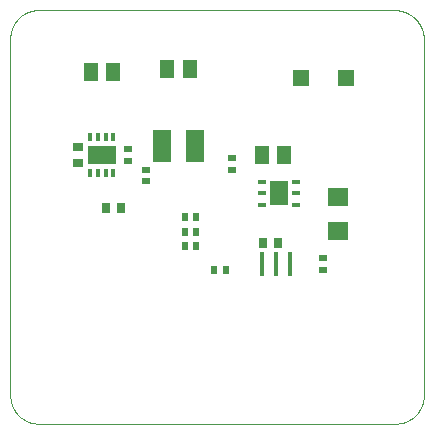
<source format=gbp>
G04 EAGLE Gerber X2 export*
%TF.Part,Single*%
%TF.FileFunction,Other,Solder paste bottom*%
%TF.FilePolarity,Positive*%
%TF.GenerationSoftware,Autodesk,EAGLE,9.0.0*%
%TF.CreationDate,2018-05-03T06:31:59Z*%
G75*
%MOMM*%
%FSLAX35Y35*%
%LPD*%
%AMOC8*
5,1,8,0,0,1.08239X$1,22.5*%
G01*
%ADD10C,0.000000*%
%ADD11R,1.300000X1.500000*%
%ADD12R,0.900000X0.700000*%
%ADD13R,0.700000X0.900000*%
%ADD14R,1.400000X1.400000*%
%ADD15R,2.400000X1.500000*%
%ADD16R,0.350000X0.650000*%
%ADD17R,1.600000X2.700000*%
%ADD18R,0.700000X0.600000*%
%ADD19R,0.400000X2.000000*%
%ADD20R,0.600000X0.700000*%
%ADD21R,1.800000X1.600000*%
%ADD22R,1.600000X2.000000*%
%ADD23R,0.650000X0.350000*%


D10*
X250000Y0D02*
X3250000Y0D01*
X3500000Y225000D02*
X3500000Y3275000D01*
X3225000Y3500000D02*
X250000Y3500000D01*
X0Y3275000D02*
X0Y225000D01*
X0Y3275000D02*
X371Y3280735D01*
X881Y3286460D01*
X1529Y3292170D01*
X2315Y3297864D01*
X3238Y3303536D01*
X4298Y3309185D01*
X5494Y3314806D01*
X6826Y3320397D01*
X8292Y3325954D01*
X9892Y3331474D01*
X11626Y3336954D01*
X13491Y3342390D01*
X15487Y3347780D01*
X17612Y3353120D01*
X19866Y3358406D01*
X22247Y3363637D01*
X24754Y3368809D01*
X27385Y3373919D01*
X30138Y3378963D01*
X33013Y3383940D01*
X36007Y3388846D01*
X39119Y3393678D01*
X42347Y3398433D01*
X45688Y3403109D01*
X49142Y3407703D01*
X52706Y3412212D01*
X56377Y3416633D01*
X60154Y3420965D01*
X64035Y3425204D01*
X68018Y3429348D01*
X72099Y3433395D01*
X76276Y3437342D01*
X80548Y3441186D01*
X84912Y3444927D01*
X89365Y3448561D01*
X93904Y3452086D01*
X98527Y3455500D01*
X103231Y3458802D01*
X108014Y3461989D01*
X112872Y3465060D01*
X117803Y3468012D01*
X122804Y3470844D01*
X127872Y3473555D01*
X133003Y3476142D01*
X138196Y3478605D01*
X143447Y3480942D01*
X148753Y3483150D01*
X154111Y3485230D01*
X159517Y3487180D01*
X164969Y3488999D01*
X170463Y3490686D01*
X175997Y3492239D01*
X181566Y3493658D01*
X187168Y3494942D01*
X192799Y3496090D01*
X198457Y3497102D01*
X204137Y3497977D01*
X209837Y3498715D01*
X215553Y3499314D01*
X221281Y3499775D01*
X227020Y3500098D01*
X232764Y3500282D01*
X238511Y3500327D01*
X244257Y3500233D01*
X250000Y3500000D01*
X3225000Y3500000D02*
X3231143Y3500538D01*
X3237297Y3500926D01*
X3243459Y3501162D01*
X3249625Y3501247D01*
X3255791Y3501180D01*
X3261953Y3500962D01*
X3268109Y3500594D01*
X3274253Y3500074D01*
X3280383Y3499403D01*
X3286494Y3498582D01*
X3292584Y3497612D01*
X3298648Y3496492D01*
X3304682Y3495224D01*
X3310684Y3493808D01*
X3316649Y3492246D01*
X3322574Y3490537D01*
X3328455Y3488684D01*
X3334289Y3486686D01*
X3340072Y3484546D01*
X3345801Y3482265D01*
X3351472Y3479844D01*
X3357083Y3477285D01*
X3362628Y3474588D01*
X3368106Y3471757D01*
X3373512Y3468792D01*
X3378845Y3465694D01*
X3384099Y3462467D01*
X3389273Y3459113D01*
X3394363Y3455632D01*
X3399366Y3452027D01*
X3404279Y3448300D01*
X3409099Y3444454D01*
X3413823Y3440491D01*
X3418449Y3436414D01*
X3422973Y3432224D01*
X3427393Y3427924D01*
X3431706Y3423517D01*
X3435909Y3419005D01*
X3440001Y3414392D01*
X3443978Y3409679D01*
X3447839Y3404871D01*
X3451580Y3399969D01*
X3455199Y3394977D01*
X3458695Y3389897D01*
X3462066Y3384733D01*
X3465309Y3379489D01*
X3468422Y3374166D01*
X3471403Y3368768D01*
X3474251Y3363299D01*
X3476964Y3357761D01*
X3479540Y3352159D01*
X3481978Y3346495D01*
X3484276Y3340773D01*
X3486433Y3334996D01*
X3488448Y3329168D01*
X3490319Y3323292D01*
X3492045Y3317372D01*
X3493626Y3311412D01*
X3495060Y3305415D01*
X3496346Y3299384D01*
X3497484Y3293323D01*
X3498472Y3287237D01*
X3499311Y3281128D01*
X3500000Y3275000D01*
X3500000Y225000D02*
X3499629Y219265D01*
X3499119Y213540D01*
X3498471Y207830D01*
X3497685Y202136D01*
X3496762Y196464D01*
X3495702Y190815D01*
X3494506Y185194D01*
X3493174Y179603D01*
X3491708Y174046D01*
X3490108Y168526D01*
X3488374Y163046D01*
X3486509Y157610D01*
X3484513Y152220D01*
X3482388Y146880D01*
X3480134Y141594D01*
X3477753Y136363D01*
X3475246Y131191D01*
X3472615Y126081D01*
X3469862Y121037D01*
X3466987Y116060D01*
X3463993Y111154D01*
X3460881Y106322D01*
X3457653Y101567D01*
X3454312Y96891D01*
X3450858Y92297D01*
X3447294Y87788D01*
X3443623Y83367D01*
X3439846Y79035D01*
X3435965Y74796D01*
X3431982Y70652D01*
X3427901Y66605D01*
X3423724Y62658D01*
X3419452Y58814D01*
X3415088Y55073D01*
X3410635Y51439D01*
X3406096Y47914D01*
X3401473Y44500D01*
X3396769Y41198D01*
X3391986Y38011D01*
X3387128Y34940D01*
X3382197Y31988D01*
X3377196Y29156D01*
X3372128Y26445D01*
X3366997Y23858D01*
X3361804Y21395D01*
X3356553Y19058D01*
X3351247Y16850D01*
X3345889Y14770D01*
X3340483Y12820D01*
X3335031Y11001D01*
X3329537Y9314D01*
X3324003Y7761D01*
X3318434Y6342D01*
X3312832Y5058D01*
X3307201Y3910D01*
X3301543Y2898D01*
X3295863Y2023D01*
X3290163Y1285D01*
X3284447Y686D01*
X3278719Y225D01*
X3272980Y-98D01*
X3267236Y-282D01*
X3261489Y-327D01*
X3255743Y-233D01*
X3250000Y0D01*
X250000Y0D02*
X244257Y-233D01*
X238511Y-327D01*
X232764Y-282D01*
X227020Y-98D01*
X221281Y225D01*
X215553Y686D01*
X209837Y1285D01*
X204137Y2023D01*
X198457Y2898D01*
X192799Y3910D01*
X187168Y5058D01*
X181566Y6342D01*
X175997Y7761D01*
X170463Y9314D01*
X164969Y11001D01*
X159517Y12820D01*
X154111Y14770D01*
X148753Y16850D01*
X143447Y19058D01*
X138196Y21395D01*
X133003Y23858D01*
X127872Y26445D01*
X122804Y29156D01*
X117803Y31988D01*
X112872Y34940D01*
X108014Y38011D01*
X103231Y41198D01*
X98527Y44500D01*
X93904Y47914D01*
X89365Y51439D01*
X84912Y55073D01*
X80548Y58814D01*
X76276Y62658D01*
X72099Y66605D01*
X68018Y70652D01*
X64035Y74796D01*
X60154Y79035D01*
X56377Y83367D01*
X52706Y87788D01*
X49142Y92297D01*
X45688Y96891D01*
X42347Y101567D01*
X39119Y106322D01*
X36007Y111154D01*
X33013Y116060D01*
X30138Y121037D01*
X27385Y126081D01*
X24754Y131191D01*
X22247Y136363D01*
X19866Y141594D01*
X17612Y146880D01*
X15487Y152220D01*
X13491Y157610D01*
X11626Y163046D01*
X9892Y168526D01*
X8292Y174046D01*
X6826Y179603D01*
X5494Y185194D01*
X4298Y190815D01*
X3238Y196464D01*
X2315Y202136D01*
X1529Y207830D01*
X881Y213540D01*
X371Y219265D01*
X0Y225000D01*
X3225000Y3500000D02*
X3231143Y3500538D01*
X3237297Y3500926D01*
X3243459Y3501162D01*
X3249625Y3501247D01*
X3255791Y3501180D01*
X3261953Y3500962D01*
X3268109Y3500594D01*
X3274253Y3500074D01*
X3280383Y3499403D01*
X3286494Y3498582D01*
X3292584Y3497612D01*
X3298648Y3496492D01*
X3304682Y3495224D01*
X3310684Y3493808D01*
X3316649Y3492246D01*
X3322574Y3490537D01*
X3328455Y3488684D01*
X3334289Y3486686D01*
X3340072Y3484546D01*
X3345801Y3482265D01*
X3351472Y3479844D01*
X3357083Y3477285D01*
X3362628Y3474588D01*
X3368106Y3471757D01*
X3373512Y3468792D01*
X3378845Y3465694D01*
X3384099Y3462467D01*
X3389273Y3459113D01*
X3394363Y3455632D01*
X3399366Y3452027D01*
X3404279Y3448300D01*
X3409099Y3444454D01*
X3413823Y3440491D01*
X3418449Y3436414D01*
X3422973Y3432224D01*
X3427393Y3427924D01*
X3431706Y3423517D01*
X3435909Y3419005D01*
X3440001Y3414392D01*
X3443978Y3409679D01*
X3447839Y3404871D01*
X3451580Y3399969D01*
X3455199Y3394977D01*
X3458695Y3389897D01*
X3462066Y3384733D01*
X3465309Y3379489D01*
X3468422Y3374166D01*
X3471403Y3368768D01*
X3474251Y3363299D01*
X3476964Y3357761D01*
X3479540Y3352159D01*
X3481978Y3346495D01*
X3484276Y3340773D01*
X3486433Y3334996D01*
X3488448Y3329168D01*
X3490319Y3323292D01*
X3492045Y3317372D01*
X3493626Y3311412D01*
X3495060Y3305415D01*
X3496346Y3299384D01*
X3497484Y3293323D01*
X3498472Y3287237D01*
X3499311Y3281128D01*
X3500000Y3275000D01*
X3500000Y225000D02*
X3499629Y219265D01*
X3499119Y213540D01*
X3498471Y207830D01*
X3497685Y202136D01*
X3496762Y196464D01*
X3495702Y190815D01*
X3494506Y185194D01*
X3493174Y179603D01*
X3491708Y174046D01*
X3490108Y168526D01*
X3488374Y163046D01*
X3486509Y157610D01*
X3484513Y152220D01*
X3482388Y146880D01*
X3480134Y141594D01*
X3477753Y136363D01*
X3475246Y131191D01*
X3472615Y126081D01*
X3469862Y121037D01*
X3466987Y116060D01*
X3463993Y111154D01*
X3460881Y106322D01*
X3457653Y101567D01*
X3454312Y96891D01*
X3450858Y92297D01*
X3447294Y87788D01*
X3443623Y83367D01*
X3439846Y79035D01*
X3435965Y74796D01*
X3431982Y70652D01*
X3427901Y66605D01*
X3423724Y62658D01*
X3419452Y58814D01*
X3415088Y55073D01*
X3410635Y51439D01*
X3406096Y47914D01*
X3401473Y44500D01*
X3396769Y41198D01*
X3391986Y38011D01*
X3387128Y34940D01*
X3382197Y31988D01*
X3377196Y29156D01*
X3372128Y26445D01*
X3366997Y23858D01*
X3361804Y21395D01*
X3356553Y19058D01*
X3351247Y16850D01*
X3345889Y14770D01*
X3340483Y12820D01*
X3335031Y11001D01*
X3329537Y9314D01*
X3324003Y7761D01*
X3318434Y6342D01*
X3312832Y5058D01*
X3307201Y3910D01*
X3301543Y2898D01*
X3295863Y2023D01*
X3290163Y1285D01*
X3284447Y686D01*
X3278719Y225D01*
X3272980Y-98D01*
X3267236Y-282D01*
X3261489Y-327D01*
X3255743Y-233D01*
X3250000Y0D01*
X250000Y0D02*
X244257Y-233D01*
X238511Y-327D01*
X232764Y-282D01*
X227020Y-98D01*
X221281Y225D01*
X215553Y686D01*
X209837Y1285D01*
X204137Y2023D01*
X198457Y2898D01*
X192799Y3910D01*
X187168Y5058D01*
X181566Y6342D01*
X175997Y7761D01*
X170463Y9314D01*
X164969Y11001D01*
X159517Y12820D01*
X154111Y14770D01*
X148753Y16850D01*
X143447Y19058D01*
X138196Y21395D01*
X133003Y23858D01*
X127872Y26445D01*
X122804Y29156D01*
X117803Y31988D01*
X112872Y34940D01*
X108014Y38011D01*
X103231Y41198D01*
X98527Y44500D01*
X93904Y47914D01*
X89365Y51439D01*
X84912Y55073D01*
X80548Y58814D01*
X76276Y62658D01*
X72099Y66605D01*
X68018Y70652D01*
X64035Y74796D01*
X60154Y79035D01*
X56377Y83367D01*
X52706Y87788D01*
X49142Y92297D01*
X45688Y96891D01*
X42347Y101567D01*
X39119Y106322D01*
X36007Y111154D01*
X33013Y116060D01*
X30138Y121037D01*
X27385Y126081D01*
X24754Y131191D01*
X22247Y136363D01*
X19866Y141594D01*
X17612Y146880D01*
X15487Y152220D01*
X13491Y157610D01*
X11626Y163046D01*
X9892Y168526D01*
X8292Y174046D01*
X6826Y179603D01*
X5494Y185194D01*
X4298Y190815D01*
X3238Y196464D01*
X2315Y202136D01*
X1529Y207830D01*
X881Y213540D01*
X371Y219265D01*
X0Y225000D01*
D11*
X1330000Y3000000D03*
X1520000Y3000000D03*
D12*
X575000Y2210000D03*
X575000Y2340000D03*
D13*
X2135000Y1525000D03*
X2265000Y1525000D03*
X940000Y1825000D03*
X810000Y1825000D03*
D14*
X2460000Y2925000D03*
X2840000Y2925000D03*
D15*
X775000Y2275000D03*
D16*
X872500Y2120000D03*
X807500Y2120000D03*
X742500Y2120000D03*
X677500Y2120000D03*
X872500Y2430000D03*
X807500Y2430000D03*
X742500Y2430000D03*
X677500Y2430000D03*
D17*
X1565000Y2350000D03*
X1285000Y2350000D03*
D11*
X680000Y2975000D03*
X870000Y2975000D03*
D18*
X1150000Y2150000D03*
X1150000Y2050000D03*
D19*
X2370000Y1350000D03*
X2250000Y1350000D03*
X2130000Y1350000D03*
D20*
X1475000Y1625000D03*
X1575000Y1625000D03*
X1475000Y1750000D03*
X1575000Y1750000D03*
X1475000Y1500000D03*
X1575000Y1500000D03*
D18*
X1000000Y2225000D03*
X1000000Y2325000D03*
X2650000Y1400000D03*
X2650000Y1300000D03*
D21*
X2775000Y1635000D03*
X2775000Y1915000D03*
D22*
X2275000Y1950000D03*
D23*
X2131900Y2045400D03*
X2131900Y1950000D03*
X2131900Y1854600D03*
X2418100Y2045000D03*
X2418100Y1950000D03*
X2418100Y1855000D03*
D11*
X2320000Y2275000D03*
X2130000Y2275000D03*
D20*
X1725000Y1300000D03*
X1825000Y1300000D03*
D18*
X1875000Y2150000D03*
X1875000Y2250000D03*
M02*

</source>
